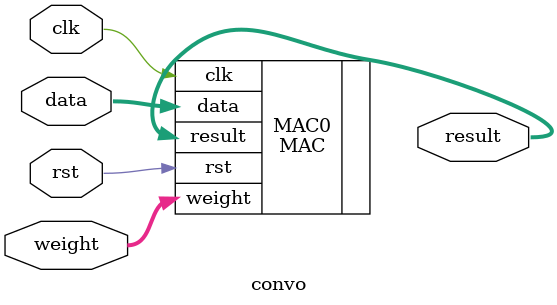
<source format=v>
`timescale 1ns / 1ps

module convo(
    input clk,rst,
    input signed [23:0] data, 
    input signed [23:0] weight,
    output [19:0] result
    );
    MAC MAC0( 
    .clk(clk),.rst(rst),.data(data),
    .weight(weight),.result(result)
    );
    
endmodule

</source>
